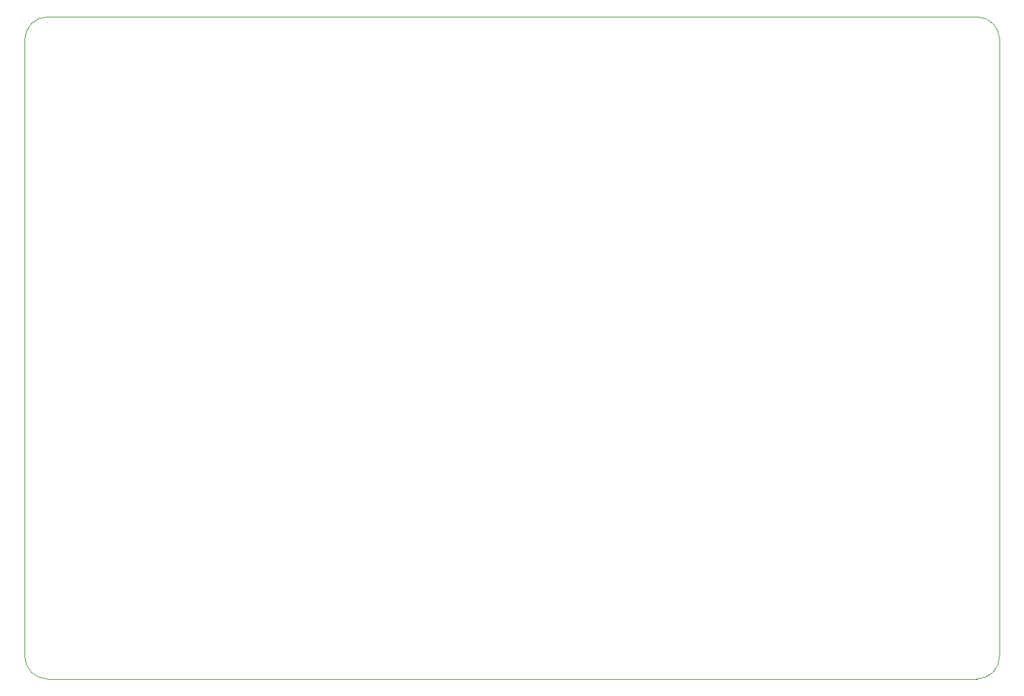
<source format=gbr>
%TF.GenerationSoftware,KiCad,Pcbnew,(6.0.9)*%
%TF.CreationDate,2023-02-05T01:27:45+02:00*%
%TF.ProjectId,Mega pro pins,4d656761-2070-4726-9f20-70696e732e6b,rev?*%
%TF.SameCoordinates,Original*%
%TF.FileFunction,Profile,NP*%
%FSLAX46Y46*%
G04 Gerber Fmt 4.6, Leading zero omitted, Abs format (unit mm)*
G04 Created by KiCad (PCBNEW (6.0.9)) date 2023-02-05 01:27:45*
%MOMM*%
%LPD*%
G01*
G04 APERTURE LIST*
%TA.AperFunction,Profile*%
%ADD10C,0.100000*%
%TD*%
G04 APERTURE END LIST*
D10*
X185000000Y-163000000D02*
G75*
G03*
X188000000Y-160000000I0J3000000D01*
G01*
X60000000Y-160000000D02*
G75*
G03*
X63000000Y-163000000I3000000J0D01*
G01*
X63000000Y-76000000D02*
G75*
G03*
X60000000Y-79000000I0J-3000000D01*
G01*
X188000000Y-79000000D02*
G75*
G03*
X185000000Y-76000000I-3000000J0D01*
G01*
X188000000Y-79000000D02*
X188000000Y-160000000D01*
X185000000Y-163000000D02*
X63000000Y-163000000D01*
X63000000Y-76000000D02*
X185000000Y-76000000D01*
X60000000Y-160000000D02*
X60000000Y-79000000D01*
M02*

</source>
